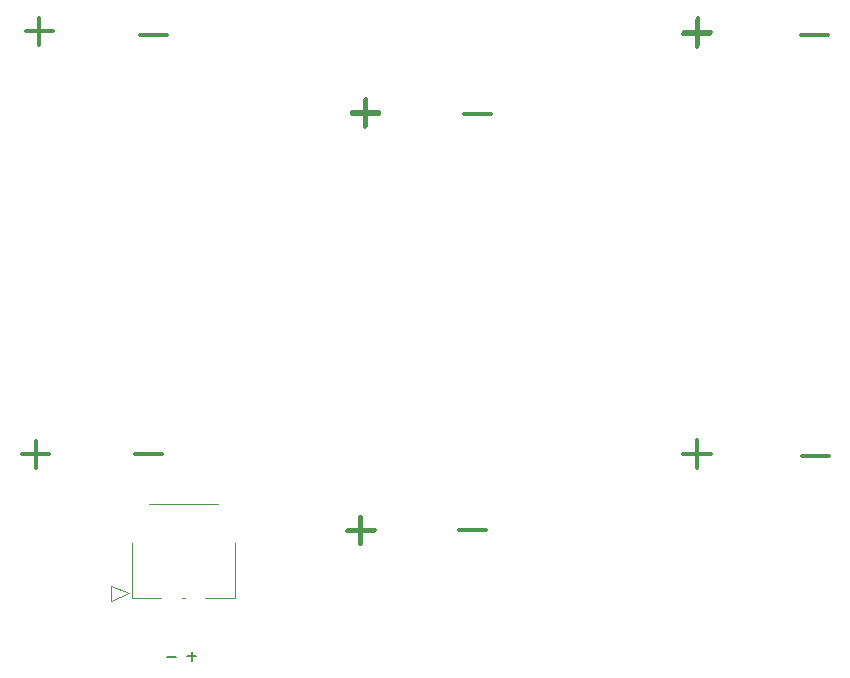
<source format=gbo>
G04 #@! TF.GenerationSoftware,KiCad,Pcbnew,7.0.1-0*
G04 #@! TF.CreationDate,2023-03-19T01:56:14-04:00*
G04 #@! TF.ProjectId,solar-cell-pcbs-usb,736f6c61-722d-4636-956c-6c2d70636273,3*
G04 #@! TF.SameCoordinates,Original*
G04 #@! TF.FileFunction,Legend,Bot*
G04 #@! TF.FilePolarity,Positive*
%FSLAX46Y46*%
G04 Gerber Fmt 4.6, Leading zero omitted, Abs format (unit mm)*
G04 Created by KiCad (PCBNEW 7.0.1-0) date 2023-03-19 01:56:14*
%MOMM*%
%LPD*%
G01*
G04 APERTURE LIST*
%ADD10C,0.300000*%
%ADD11C,0.150000*%
%ADD12C,0.120000*%
%ADD13C,5.600000*%
%ADD14C,3.000000*%
%ADD15R,1.100000X1.450000*%
%ADD16R,1.350000X2.899999*%
G04 APERTURE END LIST*
D10*
X146242857Y-108845000D02*
X143957143Y-108845000D01*
D11*
X91000951Y-125801666D02*
X90239047Y-125801666D01*
D10*
X108142857Y-79845000D02*
X105857143Y-79845000D01*
X107000000Y-80987857D02*
X107000000Y-78702142D01*
X117642857Y-79845000D02*
X115357143Y-79845000D01*
X80242857Y-108645000D02*
X77957143Y-108645000D01*
X79100000Y-109787857D02*
X79100000Y-107502142D01*
X107742857Y-115145000D02*
X105457143Y-115145000D01*
X106600000Y-116287857D02*
X106600000Y-114002142D01*
X136242857Y-108645000D02*
X133957143Y-108645000D01*
X135100000Y-109787857D02*
X135100000Y-107502142D01*
D11*
X92700951Y-125781666D02*
X91939047Y-125781666D01*
X92319999Y-126162619D02*
X92319999Y-125400714D01*
D10*
X80542857Y-72845000D02*
X78257143Y-72845000D01*
X79400000Y-73987857D02*
X79400000Y-71702142D01*
X87557142Y-108655000D02*
X89842857Y-108655000D01*
X136242857Y-73045000D02*
X133957143Y-73045000D01*
X135100000Y-74187857D02*
X135100000Y-71902142D01*
X117242857Y-115045000D02*
X114957143Y-115045000D01*
X79115000Y-107507142D02*
X79115000Y-109792857D01*
X80257857Y-108649999D02*
X77972142Y-108649999D01*
X135125000Y-109752857D02*
X135125000Y-107467143D01*
X136267857Y-108610000D02*
X133982142Y-108610000D01*
X107045000Y-80842857D02*
X107045000Y-78557143D01*
X108187857Y-79700000D02*
X105902142Y-79700000D01*
X106685000Y-116242857D02*
X106685000Y-113957143D01*
X107827857Y-115100000D02*
X105542142Y-115100000D01*
X90242857Y-73155000D02*
X87957143Y-73155000D01*
X146222857Y-73155000D02*
X143937143Y-73155000D01*
X135165000Y-74052857D02*
X135165000Y-71767143D01*
X136307857Y-72910000D02*
X134022142Y-72910000D01*
D12*
X86976008Y-120420000D02*
X85452008Y-119785000D01*
X95979991Y-116215040D02*
X95979991Y-120845000D01*
X95979991Y-120845000D02*
X93475041Y-120845000D01*
X87230008Y-120845000D02*
X87230008Y-116215040D01*
X85452008Y-119785000D02*
X85452008Y-121055000D01*
X91734961Y-120845000D02*
X91475040Y-120845000D01*
X85452008Y-121055000D02*
X86976008Y-120420000D01*
X89734960Y-120845000D02*
X87230008Y-120845000D01*
X88689018Y-112895000D02*
X94520981Y-112895000D01*
%LPC*%
D13*
X84600000Y-42750000D03*
D14*
X79500000Y-104500000D03*
X88500000Y-104500000D03*
X144500000Y-104500000D03*
X135500000Y-104500000D03*
D13*
X139600000Y-138250000D03*
D14*
X107000000Y-75500000D03*
X116000000Y-75500000D03*
X107000000Y-111000000D03*
X116000000Y-111000000D03*
D13*
X84600000Y-138250000D03*
D14*
X79500000Y-68800000D03*
X88500000Y-68800000D03*
D13*
X139600000Y-42750000D03*
D14*
X135500000Y-68800000D03*
X144500000Y-68800000D03*
D15*
X90605000Y-120420000D03*
X92605001Y-120420000D03*
D16*
X87710002Y-114445001D03*
X95499997Y-114445001D03*
M02*

</source>
